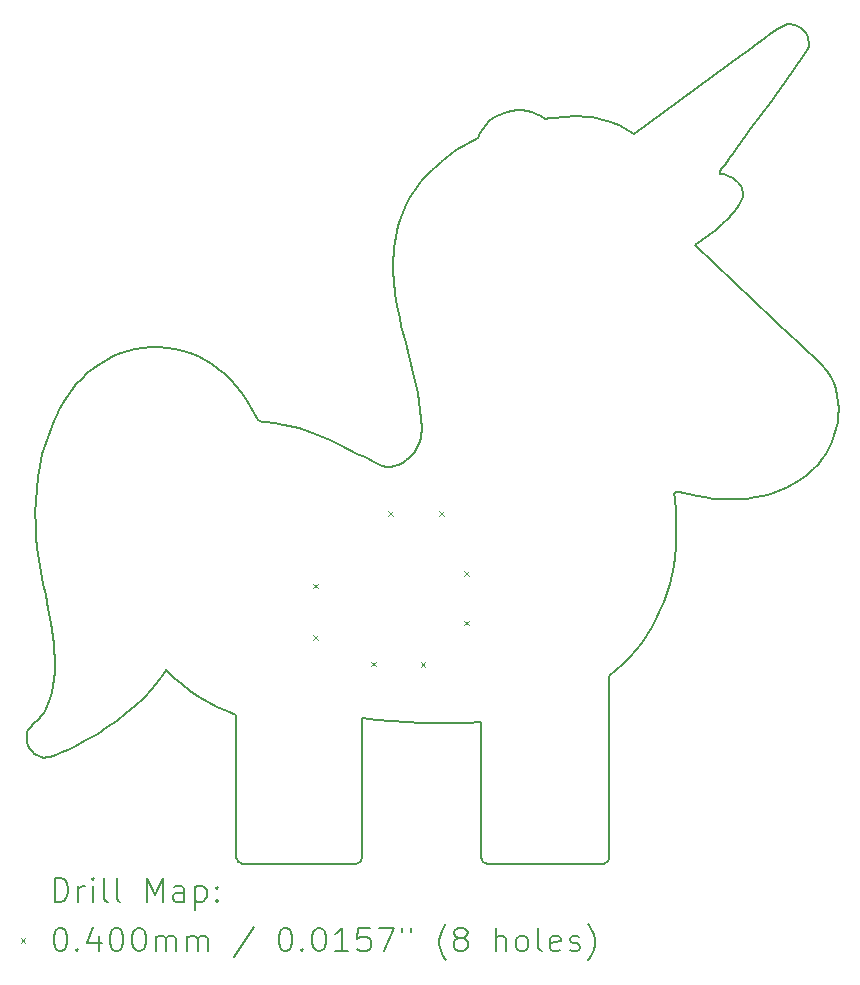
<source format=gbr>
%TF.GenerationSoftware,KiCad,Pcbnew,7.0.2.1-36-g582732918d-dirty-deb11*%
%TF.CreationDate,2024-01-19T22:58:33+00:00*%
%TF.ProjectId,unicorn_simple,756e6963-6f72-46e5-9f73-696d706c652e,rev?*%
%TF.SameCoordinates,Original*%
%TF.FileFunction,Drillmap*%
%TF.FilePolarity,Positive*%
%FSLAX45Y45*%
G04 Gerber Fmt 4.5, Leading zero omitted, Abs format (unit mm)*
G04 Created by KiCad (PCBNEW 7.0.2.1-36-g582732918d-dirty-deb11) date 2024-01-19 22:58:33*
%MOMM*%
%LPD*%
G01*
G04 APERTURE LIST*
%ADD10C,0.200000*%
%ADD11C,0.040000*%
G04 APERTURE END LIST*
D10*
X19724778Y-11620392D02*
G75*
G03*
X19774778Y-11670392I50002J2D01*
G01*
X20758914Y-11670394D02*
G75*
G03*
X20808914Y-11620392I-4J50004D01*
G01*
X22174352Y-8538625D02*
X22239758Y-8516422D01*
X22175106Y-5221161D02*
X22337419Y-4997113D01*
X16866930Y-10264464D02*
X16934502Y-10191719D01*
X22381705Y-4570536D02*
X22363209Y-4565844D01*
X15876403Y-10625861D02*
X15880997Y-10648042D01*
X18523764Y-8124750D02*
X18440683Y-8084927D01*
X17701564Y-11670392D02*
X18665411Y-11670392D01*
X21817877Y-6206892D02*
X21842311Y-6180084D01*
X16110698Y-10044806D02*
X16105613Y-10103661D01*
X19220505Y-7979062D02*
X19220395Y-8008047D01*
X16216610Y-7716059D02*
X16182389Y-7772267D01*
X17648184Y-7624370D02*
X17601328Y-7573598D01*
X19151194Y-8195647D02*
X19132764Y-8217773D01*
X22218517Y-4610798D02*
X22170174Y-4642532D01*
X21372458Y-8993483D02*
X21376549Y-8894816D01*
X21937030Y-4817602D02*
X21017416Y-5491987D01*
X20149580Y-5307195D02*
X20108575Y-5297096D01*
X15965973Y-9001784D02*
X15978633Y-9101677D01*
X22123667Y-4677628D02*
X22032383Y-4751100D01*
X17257683Y-10207283D02*
X17331281Y-10257180D01*
X22691641Y-8098937D02*
X22712302Y-8045289D01*
X21741391Y-5828586D02*
X21745186Y-5811611D01*
X22750408Y-7821278D02*
X22747706Y-7764983D01*
X19426830Y-5692797D02*
X19385245Y-5725577D01*
X18979716Y-6648636D02*
X18985206Y-6742600D01*
X16992427Y-7296934D02*
X16925992Y-7297022D01*
X22492906Y-4768872D02*
X22497150Y-4749815D01*
X18985633Y-6458400D02*
X18981772Y-6505978D01*
X16795530Y-7313548D02*
X16732005Y-7329506D01*
X19215649Y-7906055D02*
X19220505Y-7979062D01*
X19018030Y-6978784D02*
X19032456Y-7050316D01*
X21938550Y-6026894D02*
X21939644Y-6006266D01*
X16795147Y-10333108D02*
X16866930Y-10264464D01*
X20700195Y-5359733D02*
X20651359Y-5351987D01*
X18991244Y-6410975D02*
X18985633Y-6458400D01*
X18721197Y-8221930D02*
X18687849Y-8207700D01*
X20932880Y-5439184D02*
X20888441Y-5417503D01*
X20808914Y-11620392D02*
X20808488Y-10082530D01*
X17026934Y-10074753D02*
X17055131Y-10033617D01*
X17331281Y-10257180D02*
X17407647Y-10302702D01*
X19712834Y-5484897D02*
X19695936Y-5524884D01*
X16097355Y-10162155D02*
X16085654Y-10220200D01*
X16129063Y-7875823D02*
X16107414Y-7921444D01*
X15949516Y-8700205D02*
X15951165Y-8800819D01*
X16719623Y-10397770D02*
X16795147Y-10333108D01*
X18050149Y-7953753D02*
X18004397Y-7946808D01*
X22479573Y-8379605D02*
X22532533Y-8332552D01*
X22706789Y-7601926D02*
X22681469Y-7550892D01*
X18995170Y-6834650D02*
X19005484Y-6906914D01*
X17651564Y-10410655D02*
X17651564Y-11620392D01*
X22039142Y-8569830D02*
X22107370Y-8556377D01*
X21865258Y-6152128D02*
X21886542Y-6122925D01*
X18356574Y-8047695D02*
X18271163Y-8014150D01*
X19598866Y-10477417D02*
X19724778Y-10471325D01*
X20796084Y-5383044D02*
X20748495Y-5370049D01*
X17062230Y-7300653D02*
X16992427Y-7296934D01*
X16070238Y-10277731D02*
X16050837Y-10334672D01*
X17324478Y-7374350D02*
X17261806Y-7347783D01*
X16182389Y-7772267D02*
X16152283Y-7830739D01*
X22649958Y-7502209D02*
X22598027Y-7441998D01*
X17187005Y-10153241D02*
X17257683Y-10207283D01*
X21168113Y-9666631D02*
X21206427Y-9597703D01*
X16551103Y-7405423D02*
X16494841Y-7439286D01*
X21620564Y-8570103D02*
X21689875Y-8578788D01*
X17869374Y-7928083D02*
X17848964Y-7922559D01*
X21867686Y-5877291D02*
X21851509Y-5866298D01*
X21531172Y-6432992D02*
X21650030Y-6349036D01*
X19132764Y-8217773D02*
X19112519Y-8238095D01*
X21358447Y-8541578D02*
X21360777Y-8532905D01*
X19008208Y-6317044D02*
X18998736Y-6363823D01*
X19306222Y-5795642D02*
X19269089Y-5832994D01*
X15876172Y-10580777D02*
X15874731Y-10603319D01*
X20066608Y-5292070D02*
X20024214Y-5291956D01*
X21882714Y-5889519D02*
X21867686Y-5877291D01*
X20503277Y-5343090D02*
X20453949Y-5344545D01*
X15978344Y-10442800D02*
X15932238Y-10489219D01*
X16296436Y-7611344D02*
X16254706Y-7662334D01*
X22324567Y-4564222D02*
X22296589Y-4573222D01*
X20808488Y-10082530D02*
X20868819Y-10031463D01*
X22431973Y-4597709D02*
X22416256Y-4586670D01*
X15940954Y-10740923D02*
X15958984Y-10753381D01*
X21322255Y-9305016D02*
X21341253Y-9228475D01*
X22494131Y-4692806D02*
X22488422Y-4674531D01*
X22170174Y-4642532D02*
X22123667Y-4677628D01*
X18184166Y-7985417D02*
X18140000Y-7973200D01*
X22497598Y-4711580D02*
X22494131Y-4692806D01*
X20981005Y-9920294D02*
X21032619Y-9860531D01*
X21779300Y-5835498D02*
X21741391Y-5828586D01*
X21927525Y-5949970D02*
X21919005Y-5933203D01*
X21905967Y-6092387D02*
X21923369Y-6060406D01*
X18841827Y-10450216D02*
X18968177Y-10462138D01*
X18687849Y-8207700D02*
X18523764Y-8124750D01*
X21765245Y-6257456D02*
X21817877Y-6206892D01*
X21689875Y-8578788D02*
X21759777Y-8584202D01*
X21939644Y-6006266D02*
X21938036Y-5986534D01*
X20975919Y-5463976D02*
X20932880Y-5439184D01*
X16226768Y-10704939D02*
X16277212Y-10679105D01*
X20356397Y-5353436D02*
X20308491Y-5360656D01*
X21361061Y-8567577D02*
X21358458Y-8553041D01*
X21847003Y-5666809D02*
X22010213Y-5443549D01*
X17913922Y-7933978D02*
X17869374Y-7928083D01*
X17407647Y-10302702D02*
X17486594Y-10343608D01*
X20226536Y-5343274D02*
X20189075Y-5322534D01*
X19207839Y-7833539D02*
X19215649Y-7906055D01*
X17443052Y-7441791D02*
X17384952Y-7405806D01*
X19083173Y-7263575D02*
X19119497Y-7405259D01*
X16035929Y-8108639D02*
X16008813Y-8204659D01*
X16934502Y-10191719D02*
X16997392Y-10114806D01*
X16058345Y-9512008D02*
X16080189Y-9629411D01*
X16112881Y-9985678D02*
X16110698Y-10044806D01*
X21435239Y-8530072D02*
X21484939Y-8543623D01*
X21379447Y-8520808D02*
X21388777Y-8520469D01*
X21886542Y-6122925D02*
X21905967Y-6092387D01*
X18979574Y-6553622D02*
X18979716Y-6648636D01*
X19761025Y-5414905D02*
X19734709Y-5448183D01*
X22739689Y-7709387D02*
X22726116Y-7654897D01*
X22427336Y-7275814D02*
X22309123Y-7169217D01*
X15999522Y-10769295D02*
X16021645Y-10772030D01*
X20552725Y-5343774D02*
X20503277Y-5343090D01*
X21919005Y-5933203D02*
X21908559Y-5917519D01*
X19472877Y-10480403D02*
X19598866Y-10477417D01*
X16640841Y-10458528D02*
X16719623Y-10397770D01*
X16376433Y-10623695D02*
X16475357Y-10568734D01*
X15994464Y-9200891D02*
X16013215Y-9299175D01*
X22638506Y-8200536D02*
X22666977Y-8150825D01*
X21933934Y-5967755D02*
X21927525Y-5949970D01*
X20842788Y-5398826D02*
X20796084Y-5383044D01*
X15932238Y-10489219D02*
X15909875Y-10512680D01*
X19184805Y-7689744D02*
X19197427Y-7761461D01*
X21900127Y-8584573D02*
X21969952Y-8579181D01*
X19791245Y-5385229D02*
X19761025Y-5414905D01*
X18958497Y-8310698D02*
X18922217Y-8308019D01*
X16925992Y-7297022D02*
X16860280Y-7302644D01*
X18095331Y-7962591D02*
X18050149Y-7953753D01*
X21816531Y-5848175D02*
X21779300Y-5835498D01*
X16609546Y-7375684D02*
X16551103Y-7405423D01*
X19513400Y-5631517D02*
X19469595Y-5661461D01*
X15952037Y-8599788D02*
X15949516Y-8700205D01*
X18887206Y-8299903D02*
X18853169Y-8287598D01*
X22446433Y-4610459D02*
X22431973Y-4597709D01*
X19212323Y-8065414D02*
X19204580Y-8093381D01*
X19182147Y-8146855D02*
X19167688Y-8171945D01*
X17601328Y-7573598D02*
X17551409Y-7526031D01*
X19233728Y-5871975D02*
X19200314Y-5912597D01*
X17567958Y-10379669D02*
X17651564Y-10410655D01*
X22747706Y-7764983D02*
X22739689Y-7709387D01*
X21366475Y-9072528D02*
X21372458Y-8993483D01*
X21366475Y-8585459D02*
X21361061Y-8567577D01*
X18985206Y-6742600D02*
X18995170Y-6834650D01*
X22324567Y-4564222D02*
X22324567Y-4564222D01*
X21376549Y-8894816D02*
X21376570Y-8791522D01*
X19385245Y-5725577D02*
X19344984Y-5759844D01*
X22399445Y-4577545D02*
X22381705Y-4570536D01*
X16105613Y-10103661D02*
X16097355Y-10162155D01*
X21818161Y-5708087D02*
X21833977Y-5686967D01*
X18819820Y-8272395D02*
X18754119Y-8238292D01*
X18140000Y-7973200D02*
X18095331Y-7962591D01*
X21032619Y-9860531D02*
X21081094Y-9798220D01*
X22726116Y-7654897D02*
X22706789Y-7601926D01*
X21745186Y-5811611D02*
X21754406Y-5792766D01*
X16112431Y-9926342D02*
X16112881Y-9985678D01*
X16341557Y-7563306D02*
X16296436Y-7611344D01*
X21388777Y-8520469D02*
X21410652Y-8523652D01*
X19048359Y-7121584D02*
X19083173Y-7263575D01*
X20108575Y-5297096D02*
X20066608Y-5292070D01*
X15951165Y-8800819D02*
X15956734Y-8901422D01*
X20602141Y-5346703D02*
X20552725Y-5343774D01*
X18987525Y-8305514D02*
X18958497Y-8310698D01*
X21341253Y-9228475D02*
X21356030Y-9150917D01*
X17498592Y-7481975D02*
X17443052Y-7441791D01*
X15909875Y-10512680D02*
X15889175Y-10537125D01*
X16000285Y-10418606D02*
X15978344Y-10442800D01*
X19049563Y-6180030D02*
X19033517Y-6225037D01*
X21783653Y-5751334D02*
X21818161Y-5708087D01*
X22194881Y-7058639D02*
X21862545Y-6746341D01*
X19197427Y-7761461D02*
X19207839Y-7833539D01*
X21650030Y-6349036D02*
X21708808Y-6304586D01*
X19469595Y-5661461D02*
X19426830Y-5692797D01*
X21923369Y-6060406D02*
X21938550Y-6026894D01*
X19940324Y-5305805D02*
X19899899Y-5319441D01*
X18440683Y-8084927D02*
X18356574Y-8047695D01*
X16109622Y-9866886D02*
X16112431Y-9926342D01*
X20926372Y-9977322D02*
X20981005Y-9920294D01*
X16085654Y-10220200D02*
X16070238Y-10277731D01*
X17732009Y-7734128D02*
X17691803Y-7677986D01*
X20453949Y-5344545D02*
X20404938Y-5348029D01*
X22666506Y-7526228D02*
X22649958Y-7502209D01*
X22459470Y-4624718D02*
X22446433Y-4610459D01*
X19005484Y-6906914D02*
X19018030Y-6978784D01*
X15910351Y-10708811D02*
X15924679Y-10725950D01*
X16441000Y-7477053D02*
X16389825Y-7518462D01*
X16475357Y-10568734D02*
X16559260Y-10515491D01*
X21851509Y-5866298D02*
X21816531Y-5848175D01*
X21896397Y-5902939D02*
X21882714Y-5889519D01*
X21985691Y-4786073D02*
X21937030Y-4817602D01*
X22416256Y-4586670D02*
X22399445Y-4577545D01*
X22571066Y-8291809D02*
X22606470Y-8247676D01*
X22269672Y-4584127D02*
X22243684Y-4596723D01*
X19112519Y-8238095D02*
X19090545Y-8256416D01*
X19774778Y-11670392D02*
X20758914Y-11670392D01*
X19724778Y-10471325D02*
X19724778Y-11620392D01*
X18271163Y-8014150D02*
X18184166Y-7985417D01*
X17130502Y-7310595D02*
X17062230Y-7300653D01*
X16037433Y-10365155D02*
X16020282Y-10392936D01*
X21767684Y-5772520D02*
X21783653Y-5751334D01*
X22416289Y-4883676D02*
X22492906Y-4768872D01*
X19603503Y-5575660D02*
X19513400Y-5631517D01*
X17551409Y-7526031D02*
X17498592Y-7481975D01*
X21754406Y-5792766D02*
X21767684Y-5772520D01*
X19090545Y-8256416D02*
X19066964Y-8272526D01*
X22747991Y-7877869D02*
X22750408Y-7821278D01*
X22337419Y-4997113D02*
X22416289Y-4883676D01*
X16494841Y-7439286D02*
X16441000Y-7477053D01*
X18853169Y-8287598D02*
X18819820Y-8272395D01*
X19139884Y-5998992D02*
X19113175Y-6044842D01*
X16008813Y-8204659D02*
X15987116Y-8302014D01*
X21938036Y-5986534D02*
X21933934Y-5967755D01*
X21862545Y-6746341D02*
X21531172Y-6432992D01*
X16389825Y-7518462D02*
X16341557Y-7563306D01*
X16098003Y-9747919D02*
X16104722Y-9807386D01*
X19041863Y-8286220D02*
X19015350Y-8297289D01*
X19019769Y-6270745D02*
X19008208Y-6317044D01*
X22712302Y-8045289D02*
X22728719Y-7990284D01*
X22344102Y-4563672D02*
X22324567Y-4564222D01*
X21484939Y-8543623D02*
X21552150Y-8558323D01*
X19220669Y-10477231D02*
X19346811Y-10480327D01*
X16997392Y-10114806D02*
X17026934Y-10074753D01*
X20404938Y-5348029D02*
X20356397Y-5353436D01*
X15987116Y-8302014D02*
X15970587Y-8400473D01*
X19269089Y-5832994D02*
X19233728Y-5871975D01*
X19899899Y-5319441D02*
X19861224Y-5337333D01*
X21708808Y-6304586D02*
X21765245Y-6257456D01*
X19094450Y-10471150D02*
X19220669Y-10477231D01*
X20261394Y-5369581D02*
X20226536Y-5343274D01*
X18968177Y-10462138D02*
X19094450Y-10471150D01*
X19695936Y-5524884D02*
X19603503Y-5575660D01*
X17651558Y-11620392D02*
G75*
G03*
X17701564Y-11670392I50002J2D01*
G01*
X16559260Y-10515491D02*
X16640841Y-10458528D01*
X20748495Y-5370049D02*
X20700195Y-5359733D01*
X15880997Y-10648042D02*
X15888315Y-10669502D01*
X17960231Y-7938145D02*
X17913922Y-7933978D01*
X22470922Y-4640285D02*
X22459470Y-4624718D01*
X18922217Y-8308019D02*
X18887206Y-8299903D01*
X21908559Y-5917519D02*
X21896397Y-5902939D01*
X19217639Y-8036900D02*
X19212323Y-8065414D01*
X18665411Y-11670391D02*
G75*
G03*
X18715411Y-11620392I-1J50001D01*
G01*
X18715411Y-10435439D02*
X18841827Y-10450216D01*
X19167688Y-8171945D02*
X19151194Y-8195647D01*
X16020282Y-10392936D02*
X16000285Y-10418606D01*
X16277212Y-10679105D02*
X16376433Y-10623695D01*
X16175380Y-10728455D02*
X16226768Y-10704939D01*
X21356030Y-9150917D02*
X21366475Y-9072528D01*
X17982817Y-7941525D02*
X17960231Y-7938145D01*
X19344984Y-5759844D02*
X19306222Y-5795642D01*
X16152283Y-7830739D02*
X16129063Y-7875823D01*
X19113175Y-6044842D02*
X19088992Y-6092508D01*
X22010213Y-5443549D02*
X22175106Y-5221161D01*
X15874731Y-10603319D02*
X15876403Y-10625861D01*
X17119433Y-10095272D02*
X17187005Y-10153241D01*
X15958984Y-10753381D02*
X15978572Y-10762952D01*
X22532533Y-8332552D02*
X22571066Y-8291809D01*
X16669923Y-7350298D02*
X16609546Y-7375684D01*
X22363209Y-4565844D02*
X22344102Y-4563672D01*
X21126299Y-9733536D02*
X21168113Y-9666631D01*
X20024214Y-5291956D02*
X19981941Y-5296589D01*
X19200314Y-5912597D02*
X19168978Y-5954925D01*
X22107370Y-8556377D02*
X22174352Y-8538625D01*
X17830458Y-7914269D02*
X17801506Y-7852603D01*
X16034638Y-9396333D02*
X16058345Y-9512008D01*
X21365206Y-8526747D02*
X21371517Y-8522809D01*
X15889175Y-10537125D02*
X15880922Y-10558595D01*
X20651359Y-5351987D02*
X20602141Y-5346703D01*
X15958977Y-8499808D02*
X15952037Y-8599788D01*
X21373027Y-8687200D02*
X21366475Y-8585459D01*
X21358458Y-8553041D02*
X21358447Y-8541578D01*
X18715411Y-11620392D02*
X18715411Y-10435439D01*
X22606470Y-8247676D02*
X22638506Y-8200536D01*
X17055131Y-10033617D02*
X17119433Y-10095272D01*
X15978572Y-10762952D02*
X15999522Y-10769295D01*
X17197089Y-7326411D02*
X17130502Y-7310595D01*
X15888315Y-10669502D02*
X15898165Y-10689878D01*
X22480623Y-4656957D02*
X22470922Y-4640285D01*
X22740695Y-7934339D02*
X22747991Y-7877869D01*
X21299155Y-9380386D02*
X21322255Y-9305016D01*
X20308491Y-5360656D02*
X20261394Y-5369581D01*
X22239758Y-8516422D02*
X22303294Y-8489592D01*
X22498659Y-4730650D02*
X22497598Y-4711580D01*
X19032456Y-7050316D02*
X19048359Y-7121584D01*
X22309123Y-7169217D02*
X22251111Y-7114814D01*
X21241120Y-9526894D02*
X21272063Y-9454400D01*
X18004397Y-7946808D02*
X17982817Y-7941525D01*
X19824824Y-5359317D02*
X19791245Y-5385229D01*
X17691803Y-7677986D02*
X17648184Y-7624370D01*
X18981772Y-6505978D02*
X18979574Y-6553622D01*
X22243684Y-4596723D02*
X22218517Y-4610798D01*
X15956734Y-8901422D02*
X15965973Y-9001784D01*
X16021645Y-10772030D02*
X16044741Y-10770805D01*
X19346811Y-10480327D02*
X19472877Y-10480403D01*
X17801506Y-7852603D02*
X17768639Y-7792447D01*
X19194484Y-8120605D02*
X19182147Y-8146855D01*
X19981941Y-5296589D02*
X19940324Y-5305805D01*
X16122761Y-10748842D02*
X16175380Y-10728455D01*
X21842311Y-6180084D02*
X21865258Y-6152128D01*
X19220395Y-8008047D02*
X19217639Y-8036900D01*
X16050837Y-10334672D02*
X16037433Y-10365155D01*
X22598027Y-7441998D02*
X22543077Y-7384719D01*
X17768639Y-7792447D02*
X17732009Y-7734128D01*
X22666977Y-8150825D02*
X22691641Y-8098937D01*
X16107414Y-7921444D02*
X16068713Y-8014150D01*
X18754119Y-8238292D02*
X18721197Y-8221930D01*
X21206427Y-9597703D02*
X21241120Y-9526894D01*
X17486594Y-10343608D02*
X17567958Y-10379669D01*
X22485917Y-7329583D02*
X22427336Y-7275814D01*
X18998736Y-6363823D02*
X18991244Y-6410975D01*
X22032383Y-4751100D02*
X21985691Y-4786073D01*
X22543077Y-7384719D02*
X22485917Y-7329583D01*
X19066964Y-8272526D02*
X19041863Y-8286220D01*
X16013215Y-9299175D02*
X16034638Y-9396333D01*
X21376570Y-8791522D02*
X21373027Y-8687200D01*
X15978633Y-9101677D02*
X15994464Y-9200891D01*
X16080189Y-9629411D02*
X16098003Y-9747919D01*
X20888441Y-5417503D02*
X20842788Y-5398826D01*
X21272063Y-9454400D02*
X21299155Y-9380386D01*
X15924679Y-10725950D02*
X15940954Y-10740923D01*
X19154366Y-7547152D02*
X19184805Y-7689744D01*
X22423508Y-8421353D02*
X22479573Y-8379605D01*
X16068713Y-8014150D02*
X16035929Y-8108639D01*
X21552150Y-8558323D02*
X21620564Y-8570103D01*
X21360777Y-8532905D02*
X21365206Y-8526747D01*
X19015350Y-8297289D02*
X18987525Y-8305514D01*
X16104722Y-9807386D02*
X16109622Y-9866886D01*
X21017416Y-5491987D02*
X20975919Y-5463976D01*
X20868819Y-10031463D02*
X20926372Y-9977322D01*
X16732005Y-7329506D02*
X16669923Y-7350298D01*
X22681469Y-7550892D02*
X22666506Y-7526228D01*
X16254706Y-7662334D02*
X16216610Y-7716059D01*
X21371517Y-8522809D02*
X21379447Y-8520808D01*
X19119497Y-7405259D02*
X19154366Y-7547152D01*
X22728719Y-7990284D02*
X22740695Y-7934339D01*
X15970587Y-8400473D02*
X15958977Y-8499808D01*
X19204580Y-8093381D02*
X19194484Y-8120605D01*
X22364653Y-8457961D02*
X22423508Y-8421353D01*
X21410652Y-8523652D02*
X21435239Y-8530072D01*
X21833977Y-5686967D02*
X21847003Y-5666809D01*
X16860280Y-7302644D02*
X16795530Y-7313548D01*
X22296589Y-4573222D02*
X22269672Y-4584127D01*
X20189075Y-5322534D02*
X20149580Y-5307195D01*
X21969952Y-8579181D02*
X22039142Y-8569830D01*
X19068025Y-6135809D02*
X19049563Y-6180030D01*
X19088992Y-6092508D02*
X19068025Y-6135809D01*
X22488422Y-4674531D02*
X22480623Y-4656957D01*
X22497150Y-4749815D02*
X22498659Y-4730650D01*
X19734709Y-5448183D02*
X19712834Y-5484897D01*
X21829963Y-8586192D02*
X21900127Y-8584573D01*
X19033517Y-6225037D02*
X19019769Y-6270745D01*
X22251111Y-7114814D02*
X22194881Y-7058639D01*
X16044741Y-10770805D02*
X16068619Y-10765270D01*
X22303294Y-8489592D02*
X22364653Y-8457961D01*
X19168978Y-5954925D02*
X19139884Y-5998992D01*
X15880922Y-10558595D02*
X15876172Y-10580777D01*
X15898165Y-10689878D02*
X15910351Y-10708811D01*
X16068619Y-10765270D02*
X16122761Y-10748842D01*
X21081094Y-9798220D02*
X21126299Y-9733536D01*
X19861224Y-5337333D02*
X19824824Y-5359317D01*
X17848964Y-7922559D02*
X17830458Y-7914269D01*
X17261806Y-7347783D02*
X17197089Y-7326411D01*
X17384952Y-7405806D02*
X17324478Y-7374350D01*
X21759777Y-8584202D02*
X21829963Y-8586192D01*
D11*
X18301000Y-9299000D02*
X18341000Y-9339000D01*
X18341000Y-9299000D02*
X18301000Y-9339000D01*
X18301000Y-9733000D02*
X18341000Y-9773000D01*
X18341000Y-9733000D02*
X18301000Y-9773000D01*
X18790000Y-9961000D02*
X18830000Y-10001000D01*
X18830000Y-9961000D02*
X18790000Y-10001000D01*
X18937000Y-8688000D02*
X18977000Y-8728000D01*
X18977000Y-8688000D02*
X18937000Y-8728000D01*
X19210000Y-9962000D02*
X19250000Y-10002000D01*
X19250000Y-9962000D02*
X19210000Y-10002000D01*
X19370000Y-8688000D02*
X19410000Y-8728000D01*
X19410000Y-8688000D02*
X19370000Y-8728000D01*
X19576000Y-9196000D02*
X19616000Y-9236000D01*
X19616000Y-9196000D02*
X19576000Y-9236000D01*
X19576000Y-9614000D02*
X19616000Y-9654000D01*
X19616000Y-9614000D02*
X19576000Y-9654000D01*
D10*
X16112350Y-11992916D02*
X16112350Y-11792916D01*
X16112350Y-11792916D02*
X16159969Y-11792916D01*
X16159969Y-11792916D02*
X16188541Y-11802440D01*
X16188541Y-11802440D02*
X16207588Y-11821487D01*
X16207588Y-11821487D02*
X16217112Y-11840535D01*
X16217112Y-11840535D02*
X16226636Y-11878630D01*
X16226636Y-11878630D02*
X16226636Y-11907202D01*
X16226636Y-11907202D02*
X16217112Y-11945297D01*
X16217112Y-11945297D02*
X16207588Y-11964344D01*
X16207588Y-11964344D02*
X16188541Y-11983392D01*
X16188541Y-11983392D02*
X16159969Y-11992916D01*
X16159969Y-11992916D02*
X16112350Y-11992916D01*
X16312350Y-11992916D02*
X16312350Y-11859583D01*
X16312350Y-11897678D02*
X16321874Y-11878630D01*
X16321874Y-11878630D02*
X16331398Y-11869106D01*
X16331398Y-11869106D02*
X16350445Y-11859583D01*
X16350445Y-11859583D02*
X16369493Y-11859583D01*
X16436160Y-11992916D02*
X16436160Y-11859583D01*
X16436160Y-11792916D02*
X16426636Y-11802440D01*
X16426636Y-11802440D02*
X16436160Y-11811964D01*
X16436160Y-11811964D02*
X16445683Y-11802440D01*
X16445683Y-11802440D02*
X16436160Y-11792916D01*
X16436160Y-11792916D02*
X16436160Y-11811964D01*
X16559969Y-11992916D02*
X16540921Y-11983392D01*
X16540921Y-11983392D02*
X16531398Y-11964344D01*
X16531398Y-11964344D02*
X16531398Y-11792916D01*
X16664731Y-11992916D02*
X16645683Y-11983392D01*
X16645683Y-11983392D02*
X16636160Y-11964344D01*
X16636160Y-11964344D02*
X16636160Y-11792916D01*
X16893303Y-11992916D02*
X16893303Y-11792916D01*
X16893303Y-11792916D02*
X16959969Y-11935773D01*
X16959969Y-11935773D02*
X17026636Y-11792916D01*
X17026636Y-11792916D02*
X17026636Y-11992916D01*
X17207588Y-11992916D02*
X17207588Y-11888154D01*
X17207588Y-11888154D02*
X17198064Y-11869106D01*
X17198064Y-11869106D02*
X17179017Y-11859583D01*
X17179017Y-11859583D02*
X17140922Y-11859583D01*
X17140922Y-11859583D02*
X17121874Y-11869106D01*
X17207588Y-11983392D02*
X17188541Y-11992916D01*
X17188541Y-11992916D02*
X17140922Y-11992916D01*
X17140922Y-11992916D02*
X17121874Y-11983392D01*
X17121874Y-11983392D02*
X17112350Y-11964344D01*
X17112350Y-11964344D02*
X17112350Y-11945297D01*
X17112350Y-11945297D02*
X17121874Y-11926249D01*
X17121874Y-11926249D02*
X17140922Y-11916725D01*
X17140922Y-11916725D02*
X17188541Y-11916725D01*
X17188541Y-11916725D02*
X17207588Y-11907202D01*
X17302826Y-11859583D02*
X17302826Y-12059583D01*
X17302826Y-11869106D02*
X17321874Y-11859583D01*
X17321874Y-11859583D02*
X17359969Y-11859583D01*
X17359969Y-11859583D02*
X17379017Y-11869106D01*
X17379017Y-11869106D02*
X17388541Y-11878630D01*
X17388541Y-11878630D02*
X17398064Y-11897678D01*
X17398064Y-11897678D02*
X17398064Y-11954821D01*
X17398064Y-11954821D02*
X17388541Y-11973868D01*
X17388541Y-11973868D02*
X17379017Y-11983392D01*
X17379017Y-11983392D02*
X17359969Y-11992916D01*
X17359969Y-11992916D02*
X17321874Y-11992916D01*
X17321874Y-11992916D02*
X17302826Y-11983392D01*
X17483779Y-11973868D02*
X17493303Y-11983392D01*
X17493303Y-11983392D02*
X17483779Y-11992916D01*
X17483779Y-11992916D02*
X17474255Y-11983392D01*
X17474255Y-11983392D02*
X17483779Y-11973868D01*
X17483779Y-11973868D02*
X17483779Y-11992916D01*
X17483779Y-11869106D02*
X17493303Y-11878630D01*
X17493303Y-11878630D02*
X17483779Y-11888154D01*
X17483779Y-11888154D02*
X17474255Y-11878630D01*
X17474255Y-11878630D02*
X17483779Y-11869106D01*
X17483779Y-11869106D02*
X17483779Y-11888154D01*
D11*
X15824731Y-12300392D02*
X15864731Y-12340392D01*
X15864731Y-12300392D02*
X15824731Y-12340392D01*
D10*
X16150445Y-12212916D02*
X16169493Y-12212916D01*
X16169493Y-12212916D02*
X16188541Y-12222440D01*
X16188541Y-12222440D02*
X16198064Y-12231964D01*
X16198064Y-12231964D02*
X16207588Y-12251011D01*
X16207588Y-12251011D02*
X16217112Y-12289106D01*
X16217112Y-12289106D02*
X16217112Y-12336725D01*
X16217112Y-12336725D02*
X16207588Y-12374821D01*
X16207588Y-12374821D02*
X16198064Y-12393868D01*
X16198064Y-12393868D02*
X16188541Y-12403392D01*
X16188541Y-12403392D02*
X16169493Y-12412916D01*
X16169493Y-12412916D02*
X16150445Y-12412916D01*
X16150445Y-12412916D02*
X16131398Y-12403392D01*
X16131398Y-12403392D02*
X16121874Y-12393868D01*
X16121874Y-12393868D02*
X16112350Y-12374821D01*
X16112350Y-12374821D02*
X16102826Y-12336725D01*
X16102826Y-12336725D02*
X16102826Y-12289106D01*
X16102826Y-12289106D02*
X16112350Y-12251011D01*
X16112350Y-12251011D02*
X16121874Y-12231964D01*
X16121874Y-12231964D02*
X16131398Y-12222440D01*
X16131398Y-12222440D02*
X16150445Y-12212916D01*
X16302826Y-12393868D02*
X16312350Y-12403392D01*
X16312350Y-12403392D02*
X16302826Y-12412916D01*
X16302826Y-12412916D02*
X16293302Y-12403392D01*
X16293302Y-12403392D02*
X16302826Y-12393868D01*
X16302826Y-12393868D02*
X16302826Y-12412916D01*
X16483779Y-12279583D02*
X16483779Y-12412916D01*
X16436160Y-12203392D02*
X16388541Y-12346249D01*
X16388541Y-12346249D02*
X16512350Y-12346249D01*
X16626636Y-12212916D02*
X16645683Y-12212916D01*
X16645683Y-12212916D02*
X16664731Y-12222440D01*
X16664731Y-12222440D02*
X16674255Y-12231964D01*
X16674255Y-12231964D02*
X16683779Y-12251011D01*
X16683779Y-12251011D02*
X16693302Y-12289106D01*
X16693302Y-12289106D02*
X16693302Y-12336725D01*
X16693302Y-12336725D02*
X16683779Y-12374821D01*
X16683779Y-12374821D02*
X16674255Y-12393868D01*
X16674255Y-12393868D02*
X16664731Y-12403392D01*
X16664731Y-12403392D02*
X16645683Y-12412916D01*
X16645683Y-12412916D02*
X16626636Y-12412916D01*
X16626636Y-12412916D02*
X16607588Y-12403392D01*
X16607588Y-12403392D02*
X16598064Y-12393868D01*
X16598064Y-12393868D02*
X16588541Y-12374821D01*
X16588541Y-12374821D02*
X16579017Y-12336725D01*
X16579017Y-12336725D02*
X16579017Y-12289106D01*
X16579017Y-12289106D02*
X16588541Y-12251011D01*
X16588541Y-12251011D02*
X16598064Y-12231964D01*
X16598064Y-12231964D02*
X16607588Y-12222440D01*
X16607588Y-12222440D02*
X16626636Y-12212916D01*
X16817112Y-12212916D02*
X16836160Y-12212916D01*
X16836160Y-12212916D02*
X16855207Y-12222440D01*
X16855207Y-12222440D02*
X16864731Y-12231964D01*
X16864731Y-12231964D02*
X16874255Y-12251011D01*
X16874255Y-12251011D02*
X16883779Y-12289106D01*
X16883779Y-12289106D02*
X16883779Y-12336725D01*
X16883779Y-12336725D02*
X16874255Y-12374821D01*
X16874255Y-12374821D02*
X16864731Y-12393868D01*
X16864731Y-12393868D02*
X16855207Y-12403392D01*
X16855207Y-12403392D02*
X16836160Y-12412916D01*
X16836160Y-12412916D02*
X16817112Y-12412916D01*
X16817112Y-12412916D02*
X16798064Y-12403392D01*
X16798064Y-12403392D02*
X16788541Y-12393868D01*
X16788541Y-12393868D02*
X16779017Y-12374821D01*
X16779017Y-12374821D02*
X16769493Y-12336725D01*
X16769493Y-12336725D02*
X16769493Y-12289106D01*
X16769493Y-12289106D02*
X16779017Y-12251011D01*
X16779017Y-12251011D02*
X16788541Y-12231964D01*
X16788541Y-12231964D02*
X16798064Y-12222440D01*
X16798064Y-12222440D02*
X16817112Y-12212916D01*
X16969493Y-12412916D02*
X16969493Y-12279583D01*
X16969493Y-12298630D02*
X16979017Y-12289106D01*
X16979017Y-12289106D02*
X16998064Y-12279583D01*
X16998064Y-12279583D02*
X17026636Y-12279583D01*
X17026636Y-12279583D02*
X17045684Y-12289106D01*
X17045684Y-12289106D02*
X17055207Y-12308154D01*
X17055207Y-12308154D02*
X17055207Y-12412916D01*
X17055207Y-12308154D02*
X17064731Y-12289106D01*
X17064731Y-12289106D02*
X17083779Y-12279583D01*
X17083779Y-12279583D02*
X17112350Y-12279583D01*
X17112350Y-12279583D02*
X17131398Y-12289106D01*
X17131398Y-12289106D02*
X17140922Y-12308154D01*
X17140922Y-12308154D02*
X17140922Y-12412916D01*
X17236160Y-12412916D02*
X17236160Y-12279583D01*
X17236160Y-12298630D02*
X17245684Y-12289106D01*
X17245684Y-12289106D02*
X17264731Y-12279583D01*
X17264731Y-12279583D02*
X17293303Y-12279583D01*
X17293303Y-12279583D02*
X17312350Y-12289106D01*
X17312350Y-12289106D02*
X17321874Y-12308154D01*
X17321874Y-12308154D02*
X17321874Y-12412916D01*
X17321874Y-12308154D02*
X17331398Y-12289106D01*
X17331398Y-12289106D02*
X17350445Y-12279583D01*
X17350445Y-12279583D02*
X17379017Y-12279583D01*
X17379017Y-12279583D02*
X17398065Y-12289106D01*
X17398065Y-12289106D02*
X17407588Y-12308154D01*
X17407588Y-12308154D02*
X17407588Y-12412916D01*
X17798065Y-12203392D02*
X17626636Y-12460535D01*
X18055207Y-12212916D02*
X18074255Y-12212916D01*
X18074255Y-12212916D02*
X18093303Y-12222440D01*
X18093303Y-12222440D02*
X18102827Y-12231964D01*
X18102827Y-12231964D02*
X18112350Y-12251011D01*
X18112350Y-12251011D02*
X18121874Y-12289106D01*
X18121874Y-12289106D02*
X18121874Y-12336725D01*
X18121874Y-12336725D02*
X18112350Y-12374821D01*
X18112350Y-12374821D02*
X18102827Y-12393868D01*
X18102827Y-12393868D02*
X18093303Y-12403392D01*
X18093303Y-12403392D02*
X18074255Y-12412916D01*
X18074255Y-12412916D02*
X18055207Y-12412916D01*
X18055207Y-12412916D02*
X18036160Y-12403392D01*
X18036160Y-12403392D02*
X18026636Y-12393868D01*
X18026636Y-12393868D02*
X18017112Y-12374821D01*
X18017112Y-12374821D02*
X18007588Y-12336725D01*
X18007588Y-12336725D02*
X18007588Y-12289106D01*
X18007588Y-12289106D02*
X18017112Y-12251011D01*
X18017112Y-12251011D02*
X18026636Y-12231964D01*
X18026636Y-12231964D02*
X18036160Y-12222440D01*
X18036160Y-12222440D02*
X18055207Y-12212916D01*
X18207588Y-12393868D02*
X18217112Y-12403392D01*
X18217112Y-12403392D02*
X18207588Y-12412916D01*
X18207588Y-12412916D02*
X18198065Y-12403392D01*
X18198065Y-12403392D02*
X18207588Y-12393868D01*
X18207588Y-12393868D02*
X18207588Y-12412916D01*
X18340922Y-12212916D02*
X18359969Y-12212916D01*
X18359969Y-12212916D02*
X18379017Y-12222440D01*
X18379017Y-12222440D02*
X18388541Y-12231964D01*
X18388541Y-12231964D02*
X18398065Y-12251011D01*
X18398065Y-12251011D02*
X18407588Y-12289106D01*
X18407588Y-12289106D02*
X18407588Y-12336725D01*
X18407588Y-12336725D02*
X18398065Y-12374821D01*
X18398065Y-12374821D02*
X18388541Y-12393868D01*
X18388541Y-12393868D02*
X18379017Y-12403392D01*
X18379017Y-12403392D02*
X18359969Y-12412916D01*
X18359969Y-12412916D02*
X18340922Y-12412916D01*
X18340922Y-12412916D02*
X18321874Y-12403392D01*
X18321874Y-12403392D02*
X18312350Y-12393868D01*
X18312350Y-12393868D02*
X18302827Y-12374821D01*
X18302827Y-12374821D02*
X18293303Y-12336725D01*
X18293303Y-12336725D02*
X18293303Y-12289106D01*
X18293303Y-12289106D02*
X18302827Y-12251011D01*
X18302827Y-12251011D02*
X18312350Y-12231964D01*
X18312350Y-12231964D02*
X18321874Y-12222440D01*
X18321874Y-12222440D02*
X18340922Y-12212916D01*
X18598065Y-12412916D02*
X18483779Y-12412916D01*
X18540922Y-12412916D02*
X18540922Y-12212916D01*
X18540922Y-12212916D02*
X18521874Y-12241487D01*
X18521874Y-12241487D02*
X18502827Y-12260535D01*
X18502827Y-12260535D02*
X18483779Y-12270059D01*
X18779017Y-12212916D02*
X18683779Y-12212916D01*
X18683779Y-12212916D02*
X18674255Y-12308154D01*
X18674255Y-12308154D02*
X18683779Y-12298630D01*
X18683779Y-12298630D02*
X18702827Y-12289106D01*
X18702827Y-12289106D02*
X18750446Y-12289106D01*
X18750446Y-12289106D02*
X18769493Y-12298630D01*
X18769493Y-12298630D02*
X18779017Y-12308154D01*
X18779017Y-12308154D02*
X18788541Y-12327202D01*
X18788541Y-12327202D02*
X18788541Y-12374821D01*
X18788541Y-12374821D02*
X18779017Y-12393868D01*
X18779017Y-12393868D02*
X18769493Y-12403392D01*
X18769493Y-12403392D02*
X18750446Y-12412916D01*
X18750446Y-12412916D02*
X18702827Y-12412916D01*
X18702827Y-12412916D02*
X18683779Y-12403392D01*
X18683779Y-12403392D02*
X18674255Y-12393868D01*
X18855208Y-12212916D02*
X18988541Y-12212916D01*
X18988541Y-12212916D02*
X18902827Y-12412916D01*
X19055208Y-12212916D02*
X19055208Y-12251011D01*
X19131398Y-12212916D02*
X19131398Y-12251011D01*
X19426636Y-12489106D02*
X19417112Y-12479583D01*
X19417112Y-12479583D02*
X19398065Y-12451011D01*
X19398065Y-12451011D02*
X19388541Y-12431964D01*
X19388541Y-12431964D02*
X19379017Y-12403392D01*
X19379017Y-12403392D02*
X19369493Y-12355773D01*
X19369493Y-12355773D02*
X19369493Y-12317678D01*
X19369493Y-12317678D02*
X19379017Y-12270059D01*
X19379017Y-12270059D02*
X19388541Y-12241487D01*
X19388541Y-12241487D02*
X19398065Y-12222440D01*
X19398065Y-12222440D02*
X19417112Y-12193868D01*
X19417112Y-12193868D02*
X19426636Y-12184344D01*
X19531398Y-12298630D02*
X19512350Y-12289106D01*
X19512350Y-12289106D02*
X19502827Y-12279583D01*
X19502827Y-12279583D02*
X19493303Y-12260535D01*
X19493303Y-12260535D02*
X19493303Y-12251011D01*
X19493303Y-12251011D02*
X19502827Y-12231964D01*
X19502827Y-12231964D02*
X19512350Y-12222440D01*
X19512350Y-12222440D02*
X19531398Y-12212916D01*
X19531398Y-12212916D02*
X19569493Y-12212916D01*
X19569493Y-12212916D02*
X19588541Y-12222440D01*
X19588541Y-12222440D02*
X19598065Y-12231964D01*
X19598065Y-12231964D02*
X19607589Y-12251011D01*
X19607589Y-12251011D02*
X19607589Y-12260535D01*
X19607589Y-12260535D02*
X19598065Y-12279583D01*
X19598065Y-12279583D02*
X19588541Y-12289106D01*
X19588541Y-12289106D02*
X19569493Y-12298630D01*
X19569493Y-12298630D02*
X19531398Y-12298630D01*
X19531398Y-12298630D02*
X19512350Y-12308154D01*
X19512350Y-12308154D02*
X19502827Y-12317678D01*
X19502827Y-12317678D02*
X19493303Y-12336725D01*
X19493303Y-12336725D02*
X19493303Y-12374821D01*
X19493303Y-12374821D02*
X19502827Y-12393868D01*
X19502827Y-12393868D02*
X19512350Y-12403392D01*
X19512350Y-12403392D02*
X19531398Y-12412916D01*
X19531398Y-12412916D02*
X19569493Y-12412916D01*
X19569493Y-12412916D02*
X19588541Y-12403392D01*
X19588541Y-12403392D02*
X19598065Y-12393868D01*
X19598065Y-12393868D02*
X19607589Y-12374821D01*
X19607589Y-12374821D02*
X19607589Y-12336725D01*
X19607589Y-12336725D02*
X19598065Y-12317678D01*
X19598065Y-12317678D02*
X19588541Y-12308154D01*
X19588541Y-12308154D02*
X19569493Y-12298630D01*
X19845684Y-12412916D02*
X19845684Y-12212916D01*
X19931398Y-12412916D02*
X19931398Y-12308154D01*
X19931398Y-12308154D02*
X19921874Y-12289106D01*
X19921874Y-12289106D02*
X19902827Y-12279583D01*
X19902827Y-12279583D02*
X19874255Y-12279583D01*
X19874255Y-12279583D02*
X19855208Y-12289106D01*
X19855208Y-12289106D02*
X19845684Y-12298630D01*
X20055208Y-12412916D02*
X20036160Y-12403392D01*
X20036160Y-12403392D02*
X20026636Y-12393868D01*
X20026636Y-12393868D02*
X20017112Y-12374821D01*
X20017112Y-12374821D02*
X20017112Y-12317678D01*
X20017112Y-12317678D02*
X20026636Y-12298630D01*
X20026636Y-12298630D02*
X20036160Y-12289106D01*
X20036160Y-12289106D02*
X20055208Y-12279583D01*
X20055208Y-12279583D02*
X20083779Y-12279583D01*
X20083779Y-12279583D02*
X20102827Y-12289106D01*
X20102827Y-12289106D02*
X20112351Y-12298630D01*
X20112351Y-12298630D02*
X20121874Y-12317678D01*
X20121874Y-12317678D02*
X20121874Y-12374821D01*
X20121874Y-12374821D02*
X20112351Y-12393868D01*
X20112351Y-12393868D02*
X20102827Y-12403392D01*
X20102827Y-12403392D02*
X20083779Y-12412916D01*
X20083779Y-12412916D02*
X20055208Y-12412916D01*
X20236160Y-12412916D02*
X20217112Y-12403392D01*
X20217112Y-12403392D02*
X20207589Y-12384344D01*
X20207589Y-12384344D02*
X20207589Y-12212916D01*
X20388541Y-12403392D02*
X20369493Y-12412916D01*
X20369493Y-12412916D02*
X20331398Y-12412916D01*
X20331398Y-12412916D02*
X20312351Y-12403392D01*
X20312351Y-12403392D02*
X20302827Y-12384344D01*
X20302827Y-12384344D02*
X20302827Y-12308154D01*
X20302827Y-12308154D02*
X20312351Y-12289106D01*
X20312351Y-12289106D02*
X20331398Y-12279583D01*
X20331398Y-12279583D02*
X20369493Y-12279583D01*
X20369493Y-12279583D02*
X20388541Y-12289106D01*
X20388541Y-12289106D02*
X20398065Y-12308154D01*
X20398065Y-12308154D02*
X20398065Y-12327202D01*
X20398065Y-12327202D02*
X20302827Y-12346249D01*
X20474255Y-12403392D02*
X20493303Y-12412916D01*
X20493303Y-12412916D02*
X20531398Y-12412916D01*
X20531398Y-12412916D02*
X20550446Y-12403392D01*
X20550446Y-12403392D02*
X20559970Y-12384344D01*
X20559970Y-12384344D02*
X20559970Y-12374821D01*
X20559970Y-12374821D02*
X20550446Y-12355773D01*
X20550446Y-12355773D02*
X20531398Y-12346249D01*
X20531398Y-12346249D02*
X20502827Y-12346249D01*
X20502827Y-12346249D02*
X20483779Y-12336725D01*
X20483779Y-12336725D02*
X20474255Y-12317678D01*
X20474255Y-12317678D02*
X20474255Y-12308154D01*
X20474255Y-12308154D02*
X20483779Y-12289106D01*
X20483779Y-12289106D02*
X20502827Y-12279583D01*
X20502827Y-12279583D02*
X20531398Y-12279583D01*
X20531398Y-12279583D02*
X20550446Y-12289106D01*
X20626636Y-12489106D02*
X20636160Y-12479583D01*
X20636160Y-12479583D02*
X20655208Y-12451011D01*
X20655208Y-12451011D02*
X20664732Y-12431964D01*
X20664732Y-12431964D02*
X20674255Y-12403392D01*
X20674255Y-12403392D02*
X20683779Y-12355773D01*
X20683779Y-12355773D02*
X20683779Y-12317678D01*
X20683779Y-12317678D02*
X20674255Y-12270059D01*
X20674255Y-12270059D02*
X20664732Y-12241487D01*
X20664732Y-12241487D02*
X20655208Y-12222440D01*
X20655208Y-12222440D02*
X20636160Y-12193868D01*
X20636160Y-12193868D02*
X20626636Y-12184344D01*
M02*

</source>
